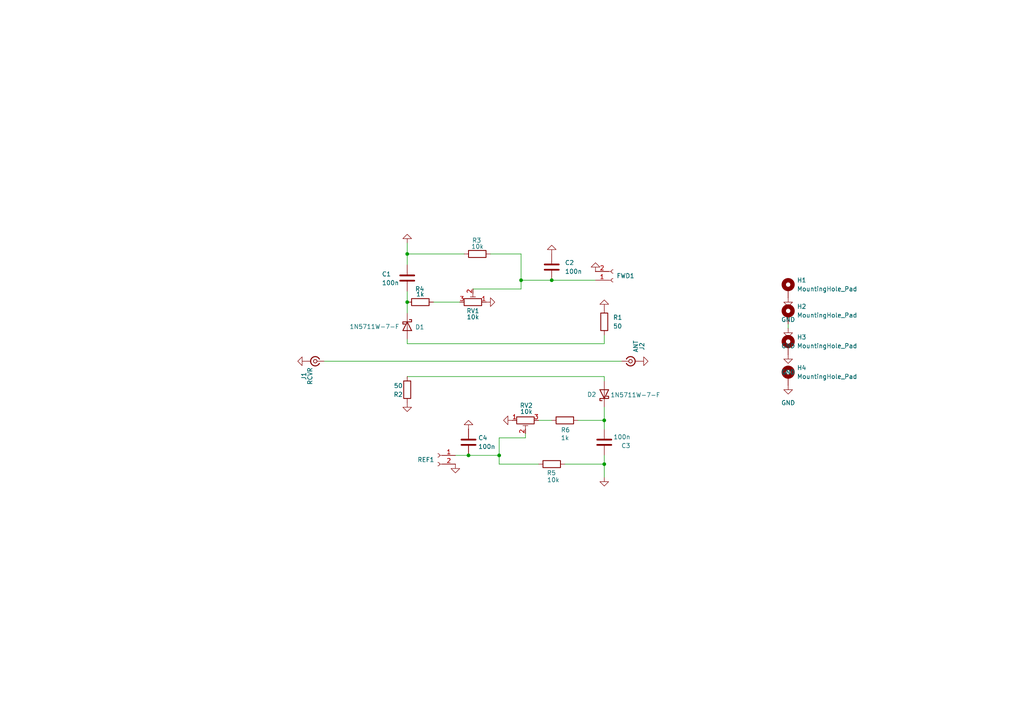
<source format=kicad_sch>
(kicad_sch (version 20231120) (generator "eeschema") (generator_version "8.0")
  (paper "A4")
  (lib_symbols
    (symbol "Connector:Conn_01x02_Socket" (pin_names (offset 1.016) hide)
      (property "Reference" "J" (at 0 2.54 0))
      (property "Value" "Conn_01x02_Socket" (at 0 -5.08 0))
      (symbol "Conn_01x02_Socket_1_1"
        (arc (start 0 -2.032) (mid -0.5058 -2.54) (end 0 -3.048) (stroke (width 0.1524)))
        (polyline (pts (xy -1.27 -2.54) (xy -0.508 -2.54)) (stroke (width 0.1524)))
        (polyline (pts (xy -1.27 0) (xy -0.508 0)) (stroke (width 0.1524)))
        (arc (start 0 0.508) (mid -0.5058 0) (end 0 -0.508) (stroke (width 0.1524)))
        (pin passive line (at -5.08 0 0) (length 3.81) (name "Pin_1") (number "1"))
        (pin passive line (at -5.08 -2.54 0) (length 3.81) (name "Pin_2") (number "2"))
      )
    )
    (symbol "Connector:Conn_Coaxial_Small" (pin_numbers hide) (pin_names (offset 1.016) hide)
      (property "Reference" "J" (at 0.254 3.048 0))
      (property "Value" "Conn_Coaxial_Small" (at 0 -3.81 0))
      (symbol "Conn_Coaxial_Small_0_1"
        (polyline (pts (xy -2.54 0) (xy -0.508 0)))
        (circle (center 0 0) (radius 0.508) (stroke (width 0.2032)))
      )
      (symbol "Conn_Coaxial_Small_1_1"
        (arc (start -1.1916 -0.6311) (mid 0.327 -1.3081) (end 1.3484 0.0039) (stroke (width 0.3048)))
        (arc (start 1.3484 -0.0039) (mid 0.327 1.3081) (end -1.1916 0.6311) (stroke (width 0.3048)))
        (pin passive line (at -2.54 0 0) (length 1.27) (name "In") (number "1"))
        (pin passive line (at 2.54 0 180) (length 1.27) (name "Ext") (number "2"))
      )
    )
    (symbol "Device:C" (pin_numbers hide) (pin_names (offset 0.254))
      (property "Reference" "C" (at 0.635 2.54 0))
      (property "Value" "C" (at 0.635 -2.54 0))
      (symbol "C_0_1"
        (polyline (pts (xy -2.032 -0.762) (xy 2.032 -0.762)) (stroke (width 0.508)))
        (polyline (pts (xy -2.032 0.762) (xy 2.032 0.762)) (stroke (width 0.508)))
      )
      (symbol "C_1_1"
        (pin passive line (at 0 3.81 270) (length 2.794) (name "~") (number "1"))
        (pin passive line (at 0 -3.81 90) (length 2.794) (name "~") (number "2"))
      )
    )
    (symbol "Device:D_Schottky" (pin_numbers hide) (pin_names (offset 1.016) hide)
      (property "Reference" "D" (at 0 2.54 0))
      (property "Value" "D_Schottky" (at 0 -2.54 0))
      (symbol "D_Schottky_0_1"
        (polyline (pts (xy 1.27 0) (xy -1.27 0)))
        (polyline (pts (xy 1.27 1.27) (xy 1.27 -1.27) (xy -1.27 0) (xy 1.27 1.27)) (stroke (width 0.254)))
        (polyline (pts (xy -1.905 0.635) (xy -1.905 1.27) (xy -1.27 1.27) (xy -1.27 -1.27) (xy -0.635 -1.27) (xy -0.635 -0.635)) (stroke (width 0.254)))
      )
      (symbol "D_Schottky_1_1"
        (pin passive line (at -3.81 0 0) (length 2.54) (name "K") (number "1"))
        (pin passive line (at 3.81 0 180) (length 2.54) (name "A") (number "2"))
      )
    )
    (symbol "Device:R" (pin_numbers hide) (pin_names (offset 0))
      (property "Reference" "R" (at 2.032 0 90))
      (property "Value" "R" (at 0 0 90))
      (symbol "R_0_1"
        (rectangle (start -1.016 -2.54) (end 1.016 2.54) (stroke (width 0.254)))
      )
      (symbol "R_1_1"
        (pin passive line (at 0 3.81 270) (length 1.27) (name "~") (number "1"))
        (pin passive line (at 0 -3.81 90) (length 1.27) (name "~") (number "2"))
      )
    )
    (symbol "Device:R_Potentiometer_Trim" (pin_names (offset 1.016) hide)
      (property "Reference" "RV" (at -4.445 0 90))
      (property "Value" "R_Potentiometer_Trim" (at -2.54 0 90))
      (symbol "R_Potentiometer_Trim_0_1"
        (polyline (pts (xy 1.524 0.762) (xy 1.524 -0.762)))
        (polyline (pts (xy 2.54 0) (xy 1.524 0)))
        (rectangle (start 1.016 2.54) (end -1.016 -2.54) (stroke (width 0.254)))
      )
      (symbol "R_Potentiometer_Trim_1_1"
        (pin passive line (at 0 3.81 270) (length 1.27) (name "1") (number "1"))
        (pin passive line (at 3.81 0 180) (length 1.27) (name "2") (number "2"))
        (pin passive line (at 0 -3.81 90) (length 1.27) (name "3") (number "3"))
      )
    )
    (symbol "Mechanical:MountingHole_Pad" (pin_numbers hide) (pin_names (offset 1.016) hide) (exclude_from_sim yes) (in_bom no)
      (property "Reference" "H" (at 0 6.35 0))
      (property "Value" "MountingHole_Pad" (at 0 4.445 0))
      (symbol "MountingHole_Pad_0_1"
        (circle (center 0 1.27) (radius 1.27) (stroke (width 1.27)))
      )
      (symbol "MountingHole_Pad_1_1"
        (pin input line (at 0 -2.54 90) (length 2.54) (name "1") (number "1"))
      )
    )
    (symbol "power:GND" (power) (pin_numbers hide) (pin_names (offset 0) hide)
      (property "Value" "GND" (at 0 -3.81 0))
      (symbol "GND_0_1"
        (polyline (pts (xy 0 0) (xy 0 -1.27) (xy 1.27 -1.27) (xy 0 -2.54) (xy -1.27 -1.27) (xy 0 -1.27)))
      )
      (symbol "GND_1_1"
        (pin power_in line (at 0 0 270) (length 0) (name "~") (number "1"))
      )
    )
  )
  (junction (at 160.02 81.28))
  (junction (at 151.13 81.28))
  (junction (at 118.11 87.63))
  (junction (at 175.26 134.62))
  (junction (at 118.11 73.66))
  (junction (at 135.89 132.08))
  (junction (at 144.78 132.08))
  (junction (at 175.26 121.92))
  (wire (pts (xy 93.98 104.775) (xy 180.34 104.775)))
  (wire (pts (xy 144.78 134.62) (xy 156.21 134.62)))
  (wire (pts (xy 175.26 134.62) (xy 175.26 132.08)))
  (wire (pts (xy 152.4 127) (xy 152.4 125.73)))
  (wire (pts (xy 118.11 99.695) (xy 175.26 99.695)))
  (wire (pts (xy 118.11 73.66) (xy 118.11 76.835)))
  (wire (pts (xy 151.13 81.28) (xy 160.02 81.28)))
  (wire (pts (xy 151.13 83.82) (xy 151.13 81.28)))
  (wire (pts (xy 151.13 73.66) (xy 142.24 73.66)))
  (wire (pts (xy 175.26 124.46) (xy 175.26 121.92)))
  (wire (pts (xy 175.26 97.155) (xy 175.26 99.695)))
  (wire (pts (xy 118.11 109.22) (xy 175.26 109.22)))
  (wire (pts (xy 137.16 83.82) (xy 151.13 83.82)))
  (wire (pts (xy 118.11 73.66) (xy 134.62 73.66)))
  (wire (pts (xy 144.78 127) (xy 152.4 127)))
  (wire (pts (xy 175.26 134.62) (xy 163.83 134.62)))
  (wire (pts (xy 228.6 95.25) (xy 228.6 93.98)))
  (wire (pts (xy 125.73 87.63) (xy 133.35 87.63)))
  (wire (pts (xy 144.78 132.08) (xy 144.78 127)))
  (wire (pts (xy 160.02 121.92) (xy 156.21 121.92)))
  (wire (pts (xy 175.26 121.92) (xy 167.64 121.92)))
  (wire (pts (xy 135.89 132.08) (xy 132.08 132.08)))
  (wire (pts (xy 175.26 121.92) (xy 175.26 118.11)))
  (wire (pts (xy 175.26 109.22) (xy 175.26 110.49)))
  (wire (pts (xy 118.11 84.455) (xy 118.11 87.63)))
  (wire (pts (xy 160.02 81.28) (xy 172.72 81.28)))
  (wire (pts (xy 118.11 70.485) (xy 118.11 73.66)))
  (wire (pts (xy 144.78 132.08) (xy 135.89 132.08)))
  (wire (pts (xy 118.11 99.695) (xy 118.11 98.425)))
  (wire (pts (xy 151.13 73.66) (xy 151.13 81.28)))
  (wire (pts (xy 175.26 138.43) (xy 175.26 134.62)))
  (wire (pts (xy 118.11 87.63) (xy 118.11 90.805)))
  (wire (pts (xy 144.78 134.62) (xy 144.78 132.08)))
  (symbol (lib_id "power:GND") (at 132.08 134.62 0) (mirror y) (unit 1)
    (property "Reference" "#PWR08" (effects (hide yes)))
    (property "Value" "GND" (effects (hide yes)))
    (property "Description" "Power symbol creates a global label with name \"GND\" , ground" (effects (hide yes)))
  )
  (symbol (lib_id "power:GND") (at 148.59 121.92 270) (mirror x) (unit 1)
    (property "Reference" "#PWR011" (effects (hide yes)))
    (property "Value" "GND" (effects (hide yes)))
    (property "Description" "Power symbol creates a global label with name \"GND\" , ground" (effects (hide yes)))
  )
  (symbol (lib_id "power:GND") (at 228.6 111.76 0) (unit 1)
    (property "Reference" "#PWR015" (effects (hide yes)))
    (property "Value" "GND" (at 228.6 116.84 0))
    (property "Description" "Power symbol creates a global label with name \"GND\" , ground" (effects (hide yes)))
  )
  (symbol (lib_id "Mechanical:MountingHole_Pad") (at 228.6 83.82 0) (unit 1) (exclude_from_sim yes) (in_bom no)
    (property "Reference" "H1" (at 231.14 81.2799 0) (effects (justify left)))
    (property "Value" "MountingHole_Pad" (at 231.14 83.8199 0) (effects (justify left)))
    (property "Footprint" "MountingHole:MountingHole_3.2mm_M3_DIN965_Pad" (effects (hide yes)))
    (property "Description" "Mounting Hole with connection" (effects (hide yes)))
  )
  (symbol (lib_id "Mechanical:MountingHole_Pad") (at 228.6 91.44 0) (unit 1) (exclude_from_sim yes) (in_bom no)
    (property "Reference" "H2" (at 231.14 88.8999 0) (effects (justify left)))
    (property "Value" "MountingHole_Pad" (at 231.14 91.4399 0) (effects (justify left)))
    (property "Footprint" "MountingHole:MountingHole_3.2mm_M3_DIN965_Pad" (effects (hide yes)))
    (property "Description" "Mounting Hole with connection" (effects (hide yes)))
  )
  (symbol (lib_id "Device:R_Potentiometer_Trim") (at 152.4 121.92 90) (mirror x) (unit 1)
    (property "Reference" "RV2" (at 152.654 117.602 90))
    (property "Value" "10k" (at 152.654 119.38 90))
    (property "Footprint" "Footprints:Potentiometer_Bourns_3224W_Vertical_EXPANDED" (effects (hide yes)))
    (property "Description" "Trim-potentiometer" (effects (hide yes)))
  )
  (symbol (lib_id "power:GND") (at 140.97 87.63 90) (mirror x) (unit 1)
    (property "Reference" "#PWR012" (effects (hide yes)))
    (property "Value" "GND" (effects (hide yes)))
    (property "Description" "Power symbol creates a global label with name \"GND\" , ground" (effects (hide yes)))
  )
  (symbol (lib_id "Device:R") (at 175.26 93.345 180) (unit 1)
    (property "Reference" "R1" (at 177.8 92.0749 0) (effects (justify right)))
    (property "Value" "50" (at 177.8 94.6149 0) (effects (justify right)))
    (property "Footprint" "Resistor_SMD:R_1206_3216Metric_Pad1.30x1.75mm_HandSolder" (effects (hide yes)))
    (property "Description" "Resistor" (effects (hide yes)))
  )
  (symbol (lib_id "power:GND") (at 160.02 73.66 0) (mirror x) (unit 1)
    (property "Reference" "#PWR013" (effects (hide yes)))
    (property "Value" "GND" (effects (hide yes)))
    (property "Description" "Power symbol creates a global label with name \"GND\" , ground" (effects (hide yes)))
  )
  (symbol (lib_id "power:GND") (at 135.89 124.46 0) (mirror x) (unit 1)
    (property "Reference" "#PWR016" (effects (hide yes)))
    (property "Value" "GND" (effects (hide yes)))
    (property "Description" "Power symbol creates a global label with name \"GND\" , ground" (effects (hide yes)))
  )
  (symbol (lib_id "power:GND") (at 175.26 138.43 0) (mirror y) (unit 1)
    (property "Reference" "#PWR07" (effects (hide yes)))
    (property "Value" "GND" (effects (hide yes)))
    (property "Description" "Power symbol creates a global label with name \"GND\" , ground" (effects (hide yes)))
  )
  (symbol (lib_id "Device:C") (at 135.89 128.27 0) (unit 1)
    (property "Reference" "C4" (at 138.684 127 0) (effects (justify left)))
    (property "Value" "100n" (at 138.684 129.54 0) (effects (justify left)))
    (property "Footprint" "Capacitor_SMD:C_1206_3216Metric_Pad1.33x1.80mm_HandSolder" (effects (hide yes)))
    (property "Description" "Unpolarized capacitor" (effects (hide yes)))
  )
  (symbol (lib_id "power:GND") (at 118.11 70.485 0) (mirror x) (unit 1)
    (property "Reference" "#PWR05" (effects (hide yes)))
    (property "Value" "GND" (effects (hide yes)))
    (property "Description" "Power symbol creates a global label with name \"GND\" , ground" (effects (hide yes)))
  )
  (symbol (lib_id "power:GND") (at 228.6 86.36 0) (unit 1)
    (property "Reference" "#PWR04" (effects (hide yes)))
    (property "Value" "GND" (at 228.6 92.71 0))
    (property "Description" "Power symbol creates a global label with name \"GND\" , ground" (effects (hide yes)))
  )
  (symbol (lib_id "Device:C") (at 118.11 80.645 0) (unit 1)
    (property "Reference" "C1" (at 110.744 79.502 0) (effects (justify left)))
    (property "Value" "100n" (at 110.744 82.042 0) (effects (justify left)))
    (property "Footprint" "Capacitor_SMD:C_1206_3216Metric_Pad1.33x1.80mm_HandSolder" (effects (hide yes)))
    (property "Description" "Unpolarized capacitor" (effects (hide yes)))
  )
  (symbol (lib_id "Connector:Conn_Coaxial_Small") (at 91.44 104.775 0) (mirror y) (unit 1)
    (property "Reference" "J1" (at 88.138 109.093 90))
    (property "Value" "RCVR" (at 89.916 109.093 90))
    (property "Footprint" "Footprints:RfConnector_S" (effects (hide yes)))
    (property "Description" "small coaxial connector (BNC, SMA, SMB, SMC, Cinch/RCA, LEMO, ...)" (effects (hide yes)))
  )
  (symbol (lib_id "Mechanical:MountingHole_Pad") (at 228.6 109.22 0) (unit 1) (exclude_from_sim yes) (in_bom no)
    (property "Reference" "H4" (at 231.14 106.6799 0) (effects (justify left)))
    (property "Value" "MountingHole_Pad" (at 231.14 109.2199 0) (effects (justify left)))
    (property "Footprint" "MountingHole:MountingHole_3.2mm_M3_DIN965_Pad" (effects (hide yes)))
    (property "Description" "Mounting Hole with connection" (effects (hide yes)))
  )
  (symbol (lib_id "Connector:Conn_01x02_Socket") (at 177.8 81.28 0) (mirror x) (unit 1)
    (property "Reference" "FWD1" (at 178.816 80.01 0) (effects (justify left)))
    (property "Value" "Conn_01x02_Socket" (effects (hide yes)))
    (property "Footprint" "Footprints:SMA_Conn" (effects (hide yes)))
    (property "Description" "Generic connector, single row, 01x02, script generated" (effects (hide yes)))
  )
  (symbol (lib_id "Device:R_Potentiometer_Trim") (at 137.16 87.63 270) (mirror x) (unit 1)
    (property "Reference" "RV1" (at 137.16 90.17 90))
    (property "Value" "10k" (at 137.16 91.948 90))
    (property "Footprint" "Footprints:Potentiometer_Bourns_3224W_Vertical_EXPANDED" (effects (hide yes)))
    (property "Description" "Trim-potentiometer" (effects (hide yes)))
  )
  (symbol (lib_id "Connector:Conn_01x02_Socket") (at 127 132.08 0) (mirror y) (unit 1)
    (property "Reference" "REF1" (at 125.984 133.35 0) (effects (justify left)))
    (property "Value" "Conn_01x02_Socket" (effects (hide yes)))
    (property "Footprint" "Footprints:SMA_Conn" (effects (hide yes)))
    (property "Description" "Generic connector, single row, 01x02, script generated" (effects (hide yes)))
  )
  (symbol (lib_id "Device:R") (at 163.83 121.92 270) (unit 1)
    (property "Reference" "R6" (at 165.354 124.714 90) (effects (justify right)))
    (property "Value" "1k" (at 165.1 127 90) (effects (justify right)))
    (property "Footprint" "Resistor_SMD:R_1206_3216Metric_Pad1.30x1.75mm_HandSolder" (effects (hide yes)))
    (property "Description" "Resistor" (effects (hide yes)))
  )
  (symbol (lib_id "power:GND") (at 228.6 102.87 0) (unit 1)
    (property "Reference" "#PWR014" (effects (hide yes)))
    (property "Value" "GND" (at 228.6 107.95 0))
    (property "Description" "Power symbol creates a global label with name \"GND\" , ground" (effects (hide yes)))
  )
  (symbol (lib_id "power:GND") (at 172.72 78.74 0) (mirror x) (unit 1)
    (property "Reference" "#PWR06" (effects (hide yes)))
    (property "Value" "GND" (effects (hide yes)))
    (property "Description" "Power symbol creates a global label with name \"GND\" , ground" (effects (hide yes)))
  )
  (symbol (lib_id "Device:C") (at 160.02 77.47 0) (unit 1)
    (property "Reference" "C2" (at 163.83 76.1999 0) (effects (justify left)))
    (property "Value" "100n" (at 163.83 78.7399 0) (effects (justify left)))
    (property "Footprint" "Capacitor_SMD:C_1206_3216Metric_Pad1.33x1.80mm_HandSolder" (effects (hide yes)))
    (property "Description" "Unpolarized capacitor" (effects (hide yes)))
  )
  (symbol (lib_id "Device:D_Schottky") (at 175.26 114.3 90) (unit 1)
    (property "Reference" "D2" (at 172.974 114.427 90) (effects (justify left)))
    (property "Value" "1N5711W-7-F" (at 191.516 114.554 90) (effects (justify left)))
    (property "Footprint" "Footprints:Nexperia_CFP3_SOD-123W_EXPANDED" (effects (hide yes)))
    (property "Description" "Schottky diode" (effects (hide yes)))
  )
  (symbol (lib_id "Device:R") (at 138.43 73.66 90) (unit 1)
    (property "Reference" "R3" (at 136.906 69.723 90) (effects (justify right)))
    (property "Value" "10k" (at 136.652 71.501 90) (effects (justify right)))
    (property "Footprint" "Resistor_SMD:R_1206_3216Metric_Pad1.30x1.75mm_HandSolder" (effects (hide yes)))
    (property "Description" "Resistor" (effects (hide yes)))
  )
  (symbol (lib_id "Device:D_Schottky") (at 118.11 94.615 270) (unit 1)
    (property "Reference" "D1" (at 120.396 94.869 90) (effects (justify left)))
    (property "Value" "1N5711W-7-F" (at 101.346 94.742 90) (effects (justify left)))
    (property "Footprint" "Footprints:Nexperia_CFP3_SOD-123W_EXPANDED" (effects (hide yes)))
    (property "Description" "Schottky diode" (effects (hide yes)))
  )
  (symbol (lib_id "Connector:Conn_Coaxial_Small") (at 182.88 104.775 0) (mirror x) (unit 1)
    (property "Reference" "J2" (at 186.182 100.457 90))
    (property "Value" "ANT" (at 184.404 100.457 90))
    (property "Footprint" "Footprints:RfConnector_S" (effects (hide yes)))
    (property "Description" "small coaxial connector (BNC, SMA, SMB, SMC, Cinch/RCA, LEMO, ...)" (effects (hide yes)))
  )
  (symbol (lib_id "power:GND") (at 88.9 104.775 270) (mirror x) (unit 1)
    (property "Reference" "#PWR01" (effects (hide yes)))
    (property "Value" "GND" (effects (hide yes)))
    (property "Description" "Power symbol creates a global label with name \"GND\" , ground" (effects (hide yes)))
  )
  (symbol (lib_id "Mechanical:MountingHole_Pad") (at 228.6 100.33 0) (unit 1) (exclude_from_sim yes) (in_bom no)
    (property "Reference" "H3" (at 231.14 97.7899 0) (effects (justify left)))
    (property "Value" "MountingHole_Pad" (at 231.14 100.3299 0) (effects (justify left)))
    (property "Footprint" "MountingHole:MountingHole_3.2mm_M3_DIN965_Pad" (effects (hide yes)))
    (property "Description" "Mounting Hole with connection" (effects (hide yes)))
  )
  (symbol (lib_id "Device:C") (at 175.26 128.27 180) (unit 1)
    (property "Reference" "C3" (at 182.88 129.286 0) (effects (justify left)))
    (property "Value" "100n" (at 182.88 126.746 0) (effects (justify left)))
    (property "Footprint" "Capacitor_SMD:C_1206_3216Metric_Pad1.33x1.80mm_HandSolder" (effects (hide yes)))
    (property "Description" "Unpolarized capacitor" (effects (hide yes)))
  )
  (symbol (lib_id "power:GND") (at 185.42 104.775 90) (mirror x) (unit 1)
    (property "Reference" "#PWR02" (effects (hide yes)))
    (property "Value" "GND" (effects (hide yes)))
    (property "Description" "Power symbol creates a global label with name \"GND\" , ground" (effects (hide yes)))
  )
  (symbol (lib_id "Device:R") (at 160.02 134.62 270) (unit 1)
    (property "Reference" "R5" (at 161.29 137.16 90) (effects (justify right)))
    (property "Value" "10k" (at 162.306 139.192 90) (effects (justify right)))
    (property "Footprint" "Resistor_SMD:R_1206_3216Metric_Pad1.30x1.75mm_HandSolder" (effects (hide yes)))
    (property "Description" "Resistor" (effects (hide yes)))
  )
  (symbol (lib_id "Device:R") (at 121.92 87.63 90) (unit 1)
    (property "Reference" "R4" (at 120.396 83.82 90) (effects (justify right)))
    (property "Value" "1k" (at 120.65 85.344 90) (effects (justify right)))
    (property "Footprint" "Resistor_SMD:R_1206_3216Metric_Pad1.30x1.75mm_HandSolder" (effects (hide yes)))
    (property "Description" "Resistor" (effects (hide yes)))
  )
  (symbol (lib_id "Device:R") (at 118.11 113.03 0) (unit 1)
    (property "Reference" "R2" (at 116.84 114.427 0) (effects (justify right)))
    (property "Value" "50" (at 116.84 111.887 0) (effects (justify right)))
    (property "Footprint" "Resistor_SMD:R_1206_3216Metric_Pad1.30x1.75mm_HandSolder" (effects (hide yes)))
    (property "Description" "Resistor" (effects (hide yes)))
  )
  (symbol (lib_id "power:GND") (at 228.6 95.25 0) (unit 1)
    (property "Reference" "#PWR09" (effects (hide yes)))
    (property "Value" "GND" (at 228.6 100.33 0))
    (property "Description" "Power symbol creates a global label with name \"GND\" , ground" (effects (hide yes)))
  )
  (symbol (lib_id "power:GND") (at 118.11 116.84 0) (mirror y) (unit 1)
    (property "Reference" "#PWR010" (effects (hide yes)))
    (property "Value" "GND" (effects (hide yes)))
    (property "Description" "Power symbol creates a global label with name \"GND\" , ground" (effects (hide yes)))
  )
  (symbol (lib_id "power:GND") (at 175.26 89.535 0) (mirror x) (unit 1)
    (property "Reference" "#PWR03" (effects (hide yes)))
    (property "Value" "GND" (effects (hide yes)))
    (property "Description" "Power symbol creates a global label with name \"GND\" , ground" (effects (hide yes)))
  )
)
</source>
